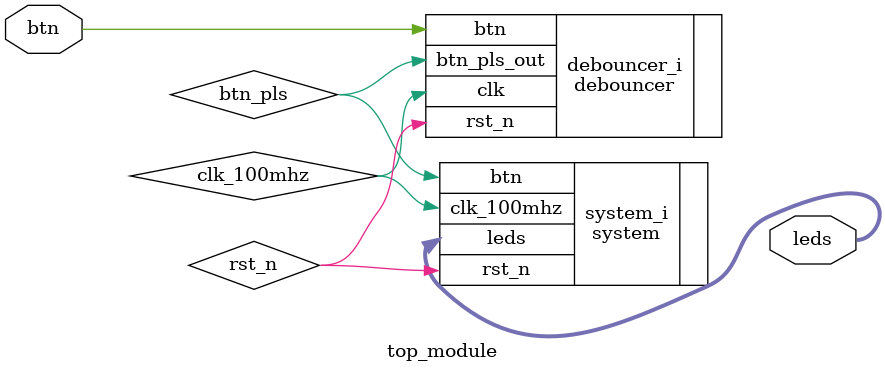
<source format=sv>
`timescale 1ns / 1ps


module top_module(
    input btn,
    output [3:0]leds
    );
        localparam integer DEBOUNCE_WAIT = 2_500_000 ;// 25 mSec in 100 MHz clk

    logic clk_100mhz;
    logic rst_n;
    logic btn_pls;
    
    debouncer#(DEBOUNCE_WAIT) debouncer_i(
    .clk(clk_100mhz),
    .rst_n(rst_n),
    .btn(btn),
    .btn_pls_out(btn_pls)
    );
    
    system system_i(
    .clk_100mhz(clk_100mhz),
    .rst_n(rst_n),
    .leds(leds),
    .btn(btn_pls)
    );
endmodule

</source>
